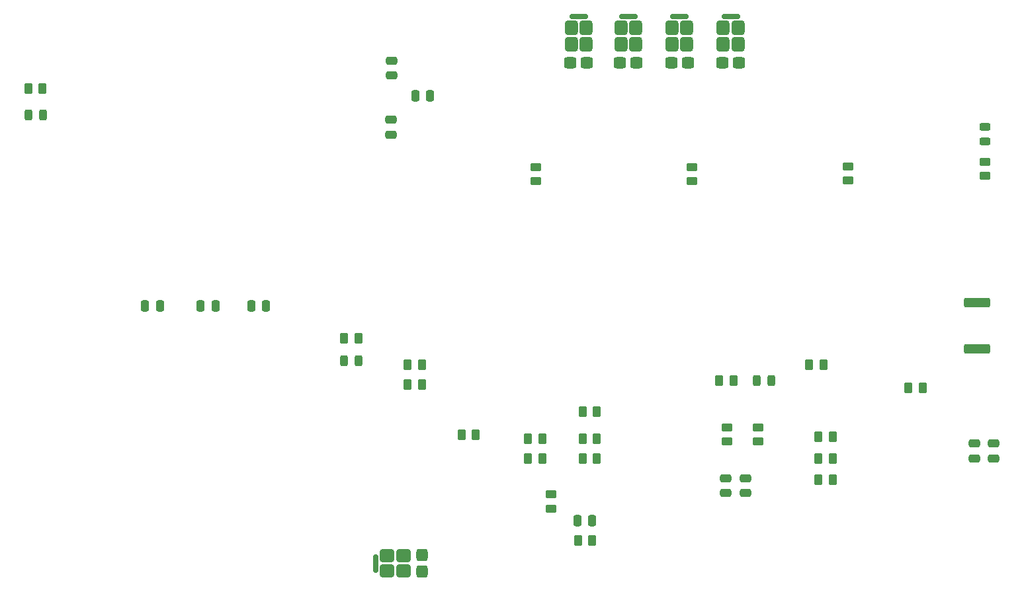
<source format=gtp>
%TF.GenerationSoftware,KiCad,Pcbnew,8.0.0*%
%TF.CreationDate,2024-04-03T13:41:32-04:00*%
%TF.ProjectId,SurgicalLightBoostConverterModule,53757267-6963-4616-9c4c-69676874426f,rev?*%
%TF.SameCoordinates,Original*%
%TF.FileFunction,Paste,Top*%
%TF.FilePolarity,Positive*%
%FSLAX46Y46*%
G04 Gerber Fmt 4.6, Leading zero omitted, Abs format (unit mm)*
G04 Created by KiCad (PCBNEW 8.0.0) date 2024-04-03 13:41:32*
%MOMM*%
%LPD*%
G01*
G04 APERTURE LIST*
G04 Aperture macros list*
%AMRoundRect*
0 Rectangle with rounded corners*
0 $1 Rounding radius*
0 $2 $3 $4 $5 $6 $7 $8 $9 X,Y pos of 4 corners*
0 Add a 4 corners polygon primitive as box body*
4,1,4,$2,$3,$4,$5,$6,$7,$8,$9,$2,$3,0*
0 Add four circle primitives for the rounded corners*
1,1,$1+$1,$2,$3*
1,1,$1+$1,$4,$5*
1,1,$1+$1,$6,$7*
1,1,$1+$1,$8,$9*
0 Add four rect primitives between the rounded corners*
20,1,$1+$1,$2,$3,$4,$5,0*
20,1,$1+$1,$4,$5,$6,$7,0*
20,1,$1+$1,$6,$7,$8,$9,0*
20,1,$1+$1,$8,$9,$2,$3,0*%
G04 Aperture macros list end*
%ADD10RoundRect,0.250000X-0.262500X-0.450000X0.262500X-0.450000X0.262500X0.450000X-0.262500X0.450000X0*%
%ADD11RoundRect,0.250000X-0.450000X0.262500X-0.450000X-0.262500X0.450000X-0.262500X0.450000X0.262500X0*%
%ADD12RoundRect,0.250000X0.450000X-0.262500X0.450000X0.262500X-0.450000X0.262500X-0.450000X-0.262500X0*%
%ADD13RoundRect,0.250000X0.262500X0.450000X-0.262500X0.450000X-0.262500X-0.450000X0.262500X-0.450000X0*%
%ADD14RoundRect,0.250000X0.475000X-0.250000X0.475000X0.250000X-0.475000X0.250000X-0.475000X-0.250000X0*%
%ADD15RoundRect,0.250000X0.250000X0.475000X-0.250000X0.475000X-0.250000X-0.475000X0.250000X-0.475000X0*%
%ADD16RoundRect,0.243750X-0.456250X0.243750X-0.456250X-0.243750X0.456250X-0.243750X0.456250X0.243750X0*%
%ADD17RoundRect,0.250000X-0.250000X-0.475000X0.250000X-0.475000X0.250000X0.475000X-0.250000X0.475000X0*%
%ADD18RoundRect,0.425000X-0.425000X0.525000X-0.425000X-0.525000X0.425000X-0.525000X0.425000X0.525000X0*%
%ADD19RoundRect,0.150000X-1.050000X0.150000X-1.050000X-0.150000X1.050000X-0.150000X1.050000X0.150000X0*%
%ADD20RoundRect,0.360000X-0.440000X0.360000X-0.440000X-0.360000X0.440000X-0.360000X0.440000X0.360000X0*%
%ADD21RoundRect,0.425000X-0.525000X-0.425000X0.525000X-0.425000X0.525000X0.425000X-0.525000X0.425000X0*%
%ADD22RoundRect,0.150000X-0.150000X-1.050000X0.150000X-1.050000X0.150000X1.050000X-0.150000X1.050000X0*%
%ADD23RoundRect,0.360000X-0.360000X-0.440000X0.360000X-0.440000X0.360000X0.440000X-0.360000X0.440000X0*%
%ADD24RoundRect,0.250000X-0.475000X0.250000X-0.475000X-0.250000X0.475000X-0.250000X0.475000X0.250000X0*%
%ADD25RoundRect,0.243750X0.243750X0.456250X-0.243750X0.456250X-0.243750X-0.456250X0.243750X-0.456250X0*%
%ADD26RoundRect,0.250000X-1.425000X0.362500X-1.425000X-0.362500X1.425000X-0.362500X1.425000X0.362500X0*%
G04 APERTURE END LIST*
D10*
%TO.C,R15*%
X94500000Y-80500000D03*
X96325000Y-80500000D03*
%TD*%
%TO.C,R16*%
X72087500Y-71000000D03*
X73912500Y-71000000D03*
%TD*%
%TO.C,R9*%
X87500000Y-78000000D03*
X89325000Y-78000000D03*
%TD*%
D11*
%TO.C,R22*%
X113000000Y-76500000D03*
X113000000Y-78325000D03*
%TD*%
D12*
%TO.C,R4*%
X88500000Y-45000000D03*
X88500000Y-43175000D03*
%TD*%
D13*
%TO.C,R8*%
X65825000Y-65150000D03*
X64000000Y-65150000D03*
%TD*%
%TO.C,R21*%
X126500000Y-83220000D03*
X124675000Y-83220000D03*
%TD*%
D14*
%TO.C,C12*%
X112825000Y-84950000D03*
X112825000Y-83050000D03*
%TD*%
D10*
%TO.C,R7*%
X112000000Y-70500000D03*
X113825000Y-70500000D03*
%TD*%
D15*
%TO.C,C13*%
X95725000Y-88500000D03*
X93825000Y-88500000D03*
%TD*%
D16*
%TO.C,D3*%
X146000000Y-38000000D03*
X146000000Y-39875000D03*
%TD*%
D12*
%TO.C,R5*%
X108460000Y-45000000D03*
X108460000Y-43175000D03*
%TD*%
D14*
%TO.C,C11*%
X115325000Y-84950000D03*
X115325000Y-83050000D03*
%TD*%
D13*
%TO.C,R25*%
X125325000Y-68460000D03*
X123500000Y-68460000D03*
%TD*%
%TO.C,R3*%
X25390000Y-33087500D03*
X23565000Y-33087500D03*
%TD*%
D17*
%TO.C,C7*%
X52100000Y-61000000D03*
X54000000Y-61000000D03*
%TD*%
D12*
%TO.C,R2*%
X146000000Y-44287500D03*
X146000000Y-42462500D03*
%TD*%
D18*
%TO.C,D5*%
X105955000Y-27450000D03*
X107855000Y-27450000D03*
X105955000Y-25350000D03*
X107855000Y-25350000D03*
D19*
X106905000Y-23900000D03*
D20*
X105840000Y-29830000D03*
X107970000Y-29830000D03*
%TD*%
D21*
%TO.C,D9*%
X71600000Y-94900000D03*
X71600000Y-93000000D03*
X69500000Y-94900000D03*
X69500000Y-93000000D03*
D22*
X68050000Y-93950000D03*
D23*
X73980000Y-95015000D03*
X73980000Y-92885000D03*
%TD*%
D11*
%TO.C,R17*%
X90500000Y-85087500D03*
X90500000Y-86912500D03*
%TD*%
D17*
%TO.C,C5*%
X38500000Y-61000000D03*
X40400000Y-61000000D03*
%TD*%
D13*
%TO.C,R13*%
X96317500Y-74500000D03*
X94492500Y-74500000D03*
%TD*%
D18*
%TO.C,D2*%
X99405000Y-27450000D03*
X101305000Y-27450000D03*
X99405000Y-25350000D03*
X101305000Y-25350000D03*
D19*
X100355000Y-23900000D03*
D20*
X99290000Y-29830000D03*
X101420000Y-29830000D03*
%TD*%
D10*
%TO.C,R12*%
X94500000Y-78000000D03*
X96325000Y-78000000D03*
%TD*%
D24*
%TO.C,C14*%
X147125000Y-78600000D03*
X147125000Y-80500000D03*
%TD*%
D10*
%TO.C,R24*%
X124675000Y-80500000D03*
X126500000Y-80500000D03*
%TD*%
D12*
%TO.C,R20*%
X117000000Y-78325000D03*
X117000000Y-76500000D03*
%TD*%
%TO.C,R6*%
X128460000Y-44912500D03*
X128460000Y-43087500D03*
%TD*%
D10*
%TO.C,R10*%
X79000000Y-77500000D03*
X80825000Y-77500000D03*
%TD*%
D25*
%TO.C,D7*%
X118660000Y-70500000D03*
X116785000Y-70500000D03*
%TD*%
D17*
%TO.C,C6*%
X45600000Y-61000000D03*
X47500000Y-61000000D03*
%TD*%
D25*
%TO.C,D8*%
X65825000Y-68000000D03*
X63950000Y-68000000D03*
%TD*%
D24*
%TO.C,C8*%
X70050000Y-29550000D03*
X70050000Y-31450000D03*
%TD*%
D13*
%TO.C,R11*%
X73912500Y-68500000D03*
X72087500Y-68500000D03*
%TD*%
D18*
%TO.C,D1*%
X93050000Y-27400000D03*
X94950000Y-27400000D03*
X93050000Y-25300000D03*
X94950000Y-25300000D03*
D19*
X94000000Y-23850000D03*
D20*
X92935000Y-29780000D03*
X95065000Y-29780000D03*
%TD*%
D26*
%TO.C,R1*%
X145000000Y-60500000D03*
X145000000Y-66425000D03*
%TD*%
D17*
%TO.C,C10*%
X73100000Y-34000000D03*
X75000000Y-34000000D03*
%TD*%
D24*
%TO.C,C15*%
X144625000Y-78600000D03*
X144625000Y-80500000D03*
%TD*%
D13*
%TO.C,R23*%
X138000000Y-71500000D03*
X136175000Y-71500000D03*
%TD*%
%TO.C,R19*%
X126500000Y-77720000D03*
X124675000Y-77720000D03*
%TD*%
%TO.C,R14*%
X89325000Y-80500000D03*
X87500000Y-80500000D03*
%TD*%
D24*
%TO.C,C9*%
X70000000Y-37100000D03*
X70000000Y-39000000D03*
%TD*%
D18*
%TO.C,D6*%
X112500000Y-27450000D03*
X114400000Y-27450000D03*
X112500000Y-25350000D03*
X114400000Y-25350000D03*
D19*
X113450000Y-23900000D03*
D20*
X112385000Y-29830000D03*
X114515000Y-29830000D03*
%TD*%
D13*
%TO.C,R18*%
X95725000Y-91000000D03*
X93900000Y-91000000D03*
%TD*%
D25*
%TO.C,D4*%
X25437500Y-36500000D03*
X23562500Y-36500000D03*
%TD*%
M02*

</source>
